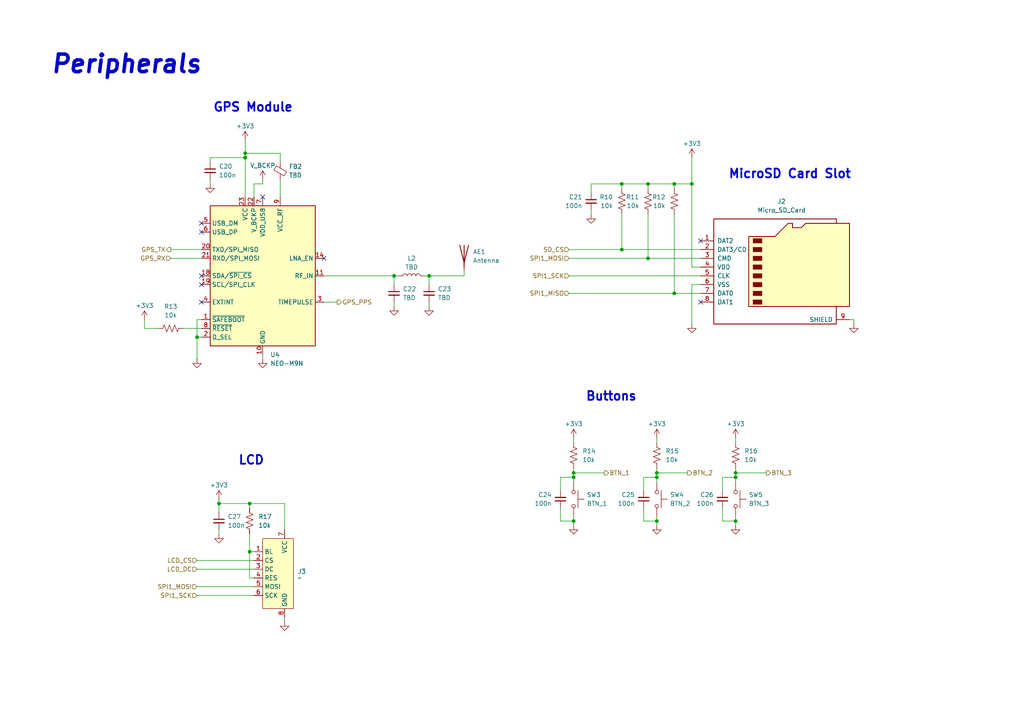
<source format=kicad_sch>
(kicad_sch (version 20231120) (generator "eeschema") (generator_version "8.0")
  (paper "A4")
  (title_block (title "Golf GPS") (date "2025-06-26") (rev "0") (company "B. Kuhn"))
  (lib_symbols
    (symbol "Connector:Micro_SD_Card" (pin_names (offset 1.016))
      (property "Reference" "J" (at -16.51 15.24 0))
      (property "Value" "Micro_SD_Card" (at 16.51 15.24 0))
      (symbol "Micro_SD_Card_0_1"
        (rectangle (start -7.62 -9.525) (end -5.08 -10.795) (fill (type outline)))
        (rectangle (start -7.62 -6.985) (end -5.08 -8.255) (fill (type outline)))
        (rectangle (start -7.62 -4.445) (end -5.08 -5.715) (fill (type outline)))
        (rectangle (start -7.62 -1.905) (end -5.08 -3.175) (fill (type outline)))
        (rectangle (start -7.62 0.635) (end -5.08 -0.635) (fill (type outline)))
        (rectangle (start -7.62 3.175) (end -5.08 1.905) (fill (type outline)))
        (rectangle (start -7.62 5.715) (end -5.08 4.445) (fill (type outline)))
        (rectangle (start -7.62 8.255) (end -5.08 6.985) (fill (type outline)))
        (polyline (pts (xy 16.51 12.7) (xy 16.51 13.97) (xy -19.05 13.97) (xy -19.05 -16.51) (xy 16.51 -16.51) (xy 16.51 -11.43)) (stroke (width 0.254)))
        (polyline (pts (xy -8.89 -11.43) (xy -8.89 8.89) (xy -1.27 8.89) (xy 2.54 12.7) (xy 3.81 12.7) (xy 3.81 11.43) (xy 6.35 11.43) (xy 7.62 12.7) (xy 20.32 12.7) (xy 20.32 -11.43) (xy -8.89 -11.43)) (stroke (width 0.254)) (fill (type background)))
      )
      (symbol "Micro_SD_Card_1_1"
        (pin bidirectional line (at -22.86 7.62 0) (length 3.81) (name "DAT2") (number "1"))
        (pin bidirectional line (at -22.86 5.08 0) (length 3.81) (name "DAT3/CD") (number "2"))
        (pin input line (at -22.86 2.54 0) (length 3.81) (name "CMD") (number "3"))
        (pin power_in line (at -22.86 0 0) (length 3.81) (name "VDD") (number "4"))
        (pin input line (at -22.86 -2.54 0) (length 3.81) (name "CLK") (number "5"))
        (pin power_in line (at -22.86 -5.08 0) (length 3.81) (name "VSS") (number "6"))
        (pin bidirectional line (at -22.86 -7.62 0) (length 3.81) (name "DAT0") (number "7"))
        (pin bidirectional line (at -22.86 -10.16 0) (length 3.81) (name "DAT1") (number "8"))
        (pin passive line (at 20.32 -15.24 180) (length 3.81) (name "SHIELD") (number "9"))
      )
    )
    (symbol "Device:Antenna" (pin_numbers hide) (pin_names (offset 1.016) hide)
      (property "Reference" "AE" (at -1.905 1.905 0))
      (property "Value" "Antenna" (at -1.905 0 0))
      (symbol "Antenna_0_1"
        (polyline (pts (xy 0 2.54) (xy 0 -3.81)) (stroke (width 0.254)))
        (polyline (pts (xy 1.27 2.54) (xy 0 -2.54) (xy -1.27 2.54)) (stroke (width 0.254)))
      )
      (symbol "Antenna_1_1"
        (pin input line (at 0 -5.08 90) (length 2.54) (name "A") (number "1"))
      )
    )
    (symbol "Device:C_Small" (pin_numbers hide) (pin_names (offset 0.254) hide)
      (property "Reference" "C" (at 0.254 1.778 0))
      (property "Value" "C_Small" (at 0.254 -2.032 0))
      (symbol "C_Small_0_1"
        (polyline (pts (xy -1.524 -0.508) (xy 1.524 -0.508)) (stroke (width 0.3302)))
        (polyline (pts (xy -1.524 0.508) (xy 1.524 0.508)) (stroke (width 0.3048)))
      )
      (symbol "C_Small_1_1"
        (pin passive line (at 0 2.54 270) (length 2.032) (name "~") (number "1"))
        (pin passive line (at 0 -2.54 90) (length 2.032) (name "~") (number "2"))
      )
    )
    (symbol "Device:FerriteBead_Small" (pin_numbers hide) (pin_names (offset 0))
      (property "Reference" "FB" (at 1.905 1.27 0))
      (property "Value" "FerriteBead_Small" (at 1.905 -1.27 0))
      (symbol "FerriteBead_Small_0_1"
        (polyline (pts (xy 0 -1.27) (xy 0 -0.7874)))
        (polyline (pts (xy 0 0.889) (xy 0 1.2954)))
        (polyline (pts (xy -1.8288 0.2794) (xy -1.1176 1.4986) (xy 1.8288 -0.2032) (xy 1.1176 -1.4224) (xy -1.8288 0.2794)))
      )
      (symbol "FerriteBead_Small_1_1"
        (pin passive line (at 0 2.54 270) (length 1.27) (name "~") (number "1"))
        (pin passive line (at 0 -2.54 90) (length 1.27) (name "~") (number "2"))
      )
    )
    (symbol "Device:L" (pin_numbers hide) (pin_names (offset 1.016) hide)
      (property "Reference" "L" (at -1.27 0 90))
      (property "Value" "L" (at 1.905 0 90))
      (symbol "L_0_1"
        (arc (start 0 -2.54) (mid 0.6323 -1.905) (end 0 -1.27))
        (arc (start 0 -1.27) (mid 0.6323 -0.635) (end 0 0))
        (arc (start 0 0) (mid 0.6323 0.635) (end 0 1.27))
        (arc (start 0 1.27) (mid 0.6323 1.905) (end 0 2.54))
      )
      (symbol "L_1_1"
        (pin passive line (at 0 3.81 270) (length 1.27) (name "1") (number "1"))
        (pin passive line (at 0 -3.81 90) (length 1.27) (name "2") (number "2"))
      )
    )
    (symbol "Device:R_US" (pin_numbers hide) (pin_names (offset 0))
      (property "Reference" "R" (at 2.54 0 90))
      (property "Value" "R_US" (at -2.54 0 90))
      (symbol "R_US_0_1"
        (polyline (pts (xy 0 -2.286) (xy 0 -2.54)))
        (polyline (pts (xy 0 2.286) (xy 0 2.54)))
        (polyline (pts (xy 0 -0.762) (xy 1.016 -1.143) (xy 0 -1.524) (xy -1.016 -1.905) (xy 0 -2.286)))
        (polyline (pts (xy 0 0.762) (xy 1.016 0.381) (xy 0 0) (xy -1.016 -0.381) (xy 0 -0.762)))
        (polyline (pts (xy 0 2.286) (xy 1.016 1.905) (xy 0 1.524) (xy -1.016 1.143) (xy 0 0.762)))
      )
      (symbol "R_US_1_1"
        (pin passive line (at 0 3.81 270) (length 1.27) (name "~") (number "1"))
        (pin passive line (at 0 -3.81 90) (length 1.27) (name "~") (number "2"))
      )
    )
    (symbol "Headers:9-pin_LCD_header"
      (property "Reference" "J" (at 10.16 1.27 0))
      (symbol "9-pin_LCD_header_1_1"
        (rectangle (start 0 0) (end 20.32 -8.89) (fill (type background)))
        (pin input line (at 3.81 -11.43 90) (length 2.54) (name "BL") (number "1"))
        (pin input line (at 6.35 -11.43 90) (length 2.54) (name "CS") (number "2"))
        (pin input line (at 8.89 -11.43 90) (length 2.54) (name "DC") (number "3"))
        (pin input line (at 11.43 -11.43 90) (length 2.54) (name "RES") (number "4"))
        (pin input line (at 13.97 -11.43 90) (length 2.54) (name "MOSI") (number "5"))
        (pin input line (at 16.51 -11.43 90) (length 2.54) (name "SCK") (number "6"))
        (pin power_in line (at -2.54 -2.54 0) (length 2.54) (name "VCC") (number "7"))
        (pin power_in line (at 22.86 -2.54 180) (length 2.54) (name "GND") (number "8"))
      )
    )
    (symbol "RF_GPS:NEO-M9N"
      (property "Reference" "U" (at -13.97 21.59 0))
      (property "Value" "NEO-M9N" (at 11.43 21.59 0))
      (symbol "NEO-M9N_0_1"
        (rectangle (start -15.24 20.32) (end 15.24 -20.32) (stroke (width 0.254)) (fill (type background)))
      )
      (symbol "NEO-M9N_1_1"
        (pin input line (at -17.78 -12.7 0) (length 2.54) (name "~{SAFEBOOT}") (number "1"))
        (pin power_in line (at 0 -22.86 90) (length 2.54) (name "GND") (number "10"))
        (pin input line (at 17.78 0 180) (length 2.54) (name "RF_IN") (number "11"))
        (pin passive line (at 0 -22.86 90) (length 2.54) hide (name "GND") (number "12"))
        (pin passive line (at 0 -22.86 90) (length 2.54) hide (name "GND") (number "13"))
        (pin output line (at 17.78 5.08 180) (length 2.54) (name "LNA_EN") (number "14"))
        (pin no_connect line (at 15.24 -10.16 180) (length 2.54) hide (name "RESERVED") (number "15"))
        (pin no_connect line (at 15.24 -12.7 180) (length 2.54) hide (name "RESERVED") (number "16"))
        (pin no_connect line (at 15.24 -15.24 180) (length 2.54) hide (name "RESERVED") (number "17"))
        (pin bidirectional line (at -17.78 0 0) (length 2.54) (name "SDA/~{SPI_CS}") (number "18"))
        (pin input line (at -17.78 -2.54 0) (length 2.54) (name "SCL/SPI_CLK") (number "19"))
        (pin input line (at -17.78 -17.78 0) (length 2.54) (name "D_SEL") (number "2"))
        (pin output line (at -17.78 7.62 0) (length 2.54) (name "TXD/SPI_MISO") (number "20"))
        (pin input line (at -17.78 5.08 0) (length 2.54) (name "RXD/SPI_MOSI") (number "21"))
        (pin power_in line (at -2.54 22.86 270) (length 2.54) (name "V_BCKP") (number "22"))
        (pin power_in line (at -5.08 22.86 270) (length 2.54) (name "VCC") (number "23"))
        (pin passive line (at 0 -22.86 90) (length 2.54) hide (name "GND") (number "24"))
        (pin output line (at 17.78 -7.62 180) (length 2.54) (name "TIMEPULSE") (number "3"))
        (pin input line (at -17.78 -7.62 0) (length 2.54) (name "EXTINT") (number "4"))
        (pin bidirectional line (at -17.78 15.24 0) (length 2.54) (name "USB_DM") (number "5"))
        (pin bidirectional line (at -17.78 12.7 0) (length 2.54) (name "USB_DP") (number "6"))
        (pin power_in line (at 0 22.86 270) (length 2.54) (name "VDD_USB") (number "7"))
        (pin input line (at -17.78 -15.24 0) (length 2.54) (name "~{RESET}") (number "8"))
        (pin power_out line (at 5.08 22.86 270) (length 2.54) (name "VCC_RF") (number "9"))
      )
    )
    (symbol "Switch:SW_Push" (pin_numbers hide) (pin_names (offset 1.016) hide)
      (property "Reference" "SW" (at 1.27 2.54 0))
      (property "Value" "SW_Push" (at 0 -1.524 0))
      (symbol "SW_Push_0_1"
        (circle (center -2.032 0) (radius 0.508))
        (polyline (pts (xy 0 1.27) (xy 0 3.048)))
        (polyline (pts (xy 2.54 1.27) (xy -2.54 1.27)))
        (circle (center 2.032 0) (radius 0.508))
        (pin passive line (at -5.08 0 0) (length 2.54) (name "1") (number "1"))
        (pin passive line (at 5.08 0 180) (length 2.54) (name "2") (number "2"))
      )
    )
    (symbol "power:+3V3" (power) (pin_numbers hide) (pin_names (offset 0) hide)
      (property "Value" "+3V3" (at 0 3.556 0))
      (symbol "+3V3_0_1"
        (polyline (pts (xy -0.762 1.27) (xy 0 2.54)))
        (polyline (pts (xy 0 0) (xy 0 2.54)))
        (polyline (pts (xy 0 2.54) (xy 0.762 1.27)))
      )
      (symbol "+3V3_1_1"
        (pin power_in line (at 0 0 90) (length 0) (name "~") (number "1"))
      )
    )
    (symbol "power:GND" (power) (pin_numbers hide) (pin_names (offset 0) hide)
      (property "Value" "GND" (at 0 -3.81 0))
      (symbol "GND_0_1"
        (polyline (pts (xy 0 0) (xy 0 -1.27) (xy 1.27 -1.27) (xy 0 -2.54) (xy -1.27 -1.27) (xy 0 -1.27)))
      )
      (symbol "GND_1_1"
        (pin power_in line (at 0 0 270) (length 0) (name "~") (number "1"))
      )
    )
  )
  (junction (at 57.15 97.79))
  (junction (at 72.39 146.05))
  (junction (at 180.34 72.39))
  (junction (at 213.36 151.13))
  (junction (at 187.96 74.93))
  (junction (at 190.5 137.16))
  (junction (at 114.3 80.01))
  (junction (at 166.37 151.13))
  (junction (at 71.12 45.72))
  (junction (at 187.96 53.34))
  (junction (at 190.5 138.43))
  (junction (at 166.37 138.43))
  (junction (at 190.5 151.13))
  (junction (at 180.34 53.34))
  (junction (at 200.66 53.34))
  (junction (at 195.58 53.34))
  (junction (at 195.58 85.09))
  (junction (at 124.46 80.01))
  (junction (at 71.12 44.45))
  (junction (at 213.36 138.43))
  (junction (at 166.37 137.16))
  (junction (at 213.36 137.16))
  (junction (at 72.39 160.02))
  (junction (at 63.5 146.05))
  (no_connect (at 93.98 74.93))
  (no_connect (at 58.42 67.31))
  (no_connect (at 203.2 87.63))
  (no_connect (at 203.2 69.85))
  (no_connect (at 58.42 82.55))
  (no_connect (at 58.42 64.77))
  (no_connect (at 58.42 80.01))
  (no_connect (at 58.42 87.63))
  (no_connect (at 76.2 57.15))
  (wire (pts (xy 171.45 53.34) (xy 171.45 55.88)))
  (wire (pts (xy 190.5 151.13) (xy 190.5 152.4)))
  (wire (pts (xy 190.5 138.43) (xy 190.5 139.7)))
  (wire (pts (xy 180.34 53.34) (xy 180.34 54.61)))
  (wire (pts (xy 171.45 53.34) (xy 180.34 53.34)))
  (wire (pts (xy 76.2 102.87) (xy 76.2 104.14)))
  (wire (pts (xy 73.66 167.64) (xy 72.39 167.64)))
  (wire (pts (xy 180.34 62.23) (xy 180.34 72.39)))
  (wire (pts (xy 73.66 170.18) (xy 57.15 170.18)))
  (wire (pts (xy 195.58 53.34) (xy 200.66 53.34)))
  (wire (pts (xy 41.91 95.25) (xy 41.91 92.71)))
  (wire (pts (xy 60.96 46.99) (xy 60.96 45.72)))
  (wire (pts (xy 73.66 165.1) (xy 57.15 165.1)))
  (wire (pts (xy 165.1 85.09) (xy 195.58 85.09)))
  (wire (pts (xy 209.55 138.43) (xy 209.55 142.24)))
  (wire (pts (xy 57.15 92.71) (xy 57.15 97.79)))
  (wire (pts (xy 124.46 80.01) (xy 134.62 80.01)))
  (wire (pts (xy 166.37 151.13) (xy 162.56 151.13)))
  (wire (pts (xy 166.37 149.86) (xy 166.37 151.13)))
  (wire (pts (xy 93.98 87.63) (xy 97.79 87.63)))
  (wire (pts (xy 247.65 92.71) (xy 247.65 93.98)))
  (wire (pts (xy 71.12 44.45) (xy 71.12 45.72)))
  (wire (pts (xy 73.66 53.34) (xy 73.66 57.15)))
  (wire (pts (xy 82.55 146.05) (xy 82.55 153.67)))
  (wire (pts (xy 213.36 137.16) (xy 222.25 137.16)))
  (wire (pts (xy 124.46 80.01) (xy 124.46 82.55)))
  (wire (pts (xy 200.66 53.34) (xy 200.66 77.47)))
  (wire (pts (xy 114.3 87.63) (xy 114.3 88.9)))
  (wire (pts (xy 190.5 135.89) (xy 190.5 137.16)))
  (wire (pts (xy 190.5 127) (xy 190.5 128.27)))
  (wire (pts (xy 58.42 97.79) (xy 57.15 97.79)))
  (wire (pts (xy 60.96 52.07) (xy 60.96 53.34)))
  (wire (pts (xy 71.12 45.72) (xy 71.12 57.15)))
  (wire (pts (xy 76.2 52.07) (xy 76.2 53.34)))
  (wire (pts (xy 72.39 146.05) (xy 82.55 146.05)))
  (wire (pts (xy 171.45 60.96) (xy 171.45 62.23)))
  (wire (pts (xy 213.36 127) (xy 213.36 128.27)))
  (wire (pts (xy 190.5 149.86) (xy 190.5 151.13)))
  (wire (pts (xy 195.58 85.09) (xy 203.2 85.09)))
  (wire (pts (xy 166.37 127) (xy 166.37 128.27)))
  (wire (pts (xy 134.62 78.74) (xy 134.62 80.01)))
  (wire (pts (xy 213.36 138.43) (xy 213.36 139.7)))
  (wire (pts (xy 73.66 172.72) (xy 57.15 172.72)))
  (wire (pts (xy 73.66 162.56) (xy 57.15 162.56)))
  (wire (pts (xy 187.96 53.34) (xy 187.96 54.61)))
  (wire (pts (xy 71.12 44.45) (xy 81.28 44.45)))
  (wire (pts (xy 166.37 135.89) (xy 166.37 137.16)))
  (wire (pts (xy 166.37 138.43) (xy 162.56 138.43)))
  (wire (pts (xy 166.37 138.43) (xy 166.37 139.7)))
  (wire (pts (xy 180.34 72.39) (xy 203.2 72.39)))
  (wire (pts (xy 63.5 154.94) (xy 63.5 153.67)))
  (wire (pts (xy 58.42 74.93) (xy 49.53 74.93)))
  (wire (pts (xy 187.96 53.34) (xy 180.34 53.34)))
  (wire (pts (xy 246.38 92.71) (xy 247.65 92.71)))
  (wire (pts (xy 60.96 45.72) (xy 71.12 45.72)))
  (wire (pts (xy 58.42 95.25) (xy 53.34 95.25)))
  (wire (pts (xy 72.39 146.05) (xy 72.39 147.32)))
  (wire (pts (xy 166.37 137.16) (xy 175.26 137.16)))
  (wire (pts (xy 165.1 80.01) (xy 203.2 80.01)))
  (wire (pts (xy 57.15 97.79) (xy 57.15 104.14)))
  (wire (pts (xy 114.3 80.01) (xy 115.57 80.01)))
  (wire (pts (xy 124.46 87.63) (xy 124.46 88.9)))
  (wire (pts (xy 200.66 77.47) (xy 203.2 77.47)))
  (wire (pts (xy 81.28 52.07) (xy 81.28 57.15)))
  (wire (pts (xy 72.39 154.94) (xy 72.39 160.02)))
  (wire (pts (xy 162.56 151.13) (xy 162.56 147.32)))
  (wire (pts (xy 190.5 137.16) (xy 199.39 137.16)))
  (wire (pts (xy 195.58 53.34) (xy 195.58 54.61)))
  (wire (pts (xy 123.19 80.01) (xy 124.46 80.01)))
  (wire (pts (xy 63.5 144.78) (xy 63.5 146.05)))
  (wire (pts (xy 82.55 179.07) (xy 82.55 180.34)))
  (wire (pts (xy 45.72 95.25) (xy 41.91 95.25)))
  (wire (pts (xy 203.2 82.55) (xy 200.66 82.55)))
  (wire (pts (xy 81.28 46.99) (xy 81.28 44.45)))
  (wire (pts (xy 213.36 151.13) (xy 209.55 151.13)))
  (wire (pts (xy 209.55 151.13) (xy 209.55 147.32)))
  (wire (pts (xy 200.66 82.55) (xy 200.66 93.98)))
  (wire (pts (xy 58.42 72.39) (xy 49.53 72.39)))
  (wire (pts (xy 63.5 148.59) (xy 63.5 146.05)))
  (wire (pts (xy 58.42 92.71) (xy 57.15 92.71)))
  (wire (pts (xy 165.1 72.39) (xy 180.34 72.39)))
  (wire (pts (xy 76.2 53.34) (xy 73.66 53.34)))
  (wire (pts (xy 71.12 40.64) (xy 71.12 44.45)))
  (wire (pts (xy 186.69 138.43) (xy 186.69 142.24)))
  (wire (pts (xy 187.96 62.23) (xy 187.96 74.93)))
  (wire (pts (xy 195.58 53.34) (xy 187.96 53.34)))
  (wire (pts (xy 213.36 135.89) (xy 213.36 137.16)))
  (wire (pts (xy 93.98 80.01) (xy 114.3 80.01)))
  (wire (pts (xy 186.69 151.13) (xy 186.69 147.32)))
  (wire (pts (xy 190.5 151.13) (xy 186.69 151.13)))
  (wire (pts (xy 63.5 146.05) (xy 72.39 146.05)))
  (wire (pts (xy 165.1 74.93) (xy 187.96 74.93)))
  (wire (pts (xy 166.37 151.13) (xy 166.37 152.4)))
  (wire (pts (xy 213.36 151.13) (xy 213.36 152.4)))
  (wire (pts (xy 166.37 137.16) (xy 166.37 138.43)))
  (wire (pts (xy 190.5 138.43) (xy 186.69 138.43)))
  (wire (pts (xy 195.58 62.23) (xy 195.58 85.09)))
  (wire (pts (xy 190.5 137.16) (xy 190.5 138.43)))
  (wire (pts (xy 114.3 80.01) (xy 114.3 82.55)))
  (wire (pts (xy 213.36 137.16) (xy 213.36 138.43)))
  (wire (pts (xy 72.39 160.02) (xy 72.39 167.64)))
  (wire (pts (xy 213.36 149.86) (xy 213.36 151.13)))
  (wire (pts (xy 200.66 45.72) (xy 200.66 53.34)))
  (wire (pts (xy 213.36 138.43) (xy 209.55 138.43)))
  (wire (pts (xy 187.96 74.93) (xy 203.2 74.93)))
  (wire (pts (xy 73.66 160.02) (xy 72.39 160.02)))
  (wire (pts (xy 162.56 138.43) (xy 162.56 142.24)))
  (text "LCD" (at 72.898 133.604 0) (effects (font (size 2.54 2.54) (thickness 0.508) (bold yes))))
  (text "Peripherals" (at 14.478 15.748 0) (effects (font (size 5.08 5.08) (thickness 1.016) (bold yes) (italic yes)) (justify left top)))
  (text "MicroSD Card Slot" (at 229.108 50.546 0) (effects (font (size 2.54 2.54) (thickness 0.508) (bold yes))))
  (text "Buttons" (at 177.292 115.062 0) (effects (font (size 2.54 2.54) (thickness 0.508) (bold yes))))
  (text "GPS Module" (at 73.406 31.242 0) (effects (font (size 2.54 2.54) (thickness 0.508) (bold yes))))
  (hierarchical_label "SPI1_MISO" (shape input) (at 165.1 85.09 180))
  (hierarchical_label "GPS_PPS" (shape output) (at 97.79 87.63 0))
  (hierarchical_label "SPI1_SCK" (shape input) (at 57.15 172.72 180))
  (hierarchical_label "BTN_1" (shape output) (at 175.26 137.16 0))
  (hierarchical_label "SD_CS" (shape input) (at 165.1 72.39 180))
  (hierarchical_label "GPS_RX" (shape input) (at 49.53 74.93 180))
  (hierarchical_label "LCD_CS" (shape input) (at 57.15 162.56 180))
  (hierarchical_label "SPI1_MOSI" (shape input) (at 57.15 170.18 180))
  (hierarchical_label "BTN_2" (shape output) (at 199.39 137.16 0))
  (hierarchical_label "SPI1_MOSI" (shape input) (at 165.1 74.93 180))
  (hierarchical_label "BTN_3" (shape output) (at 222.25 137.16 0))
  (hierarchical_label "GPS_TX" (shape output) (at 49.53 72.39 180))
  (hierarchical_label "SPI1_SCK" (shape input) (at 165.1 80.01 180))
  (hierarchical_label "LCD_DC" (shape input) (at 57.15 165.1 180))
  (symbol (lib_id "Device:C_Small") (at 171.45 58.42 0) (unit 1)
    (property "Reference" "C21" (at 168.91 57.1562 0) (effects (justify right)))
    (property "Value" "100n" (at 168.91 59.6962 0) (effects (justify right)))
    (property "Footprint" "Capacitor_SMD:C_0603_1608Metric" (effects (hide yes)))
    (property "Description" "Unpolarized capacitor, small symbol" (effects (hide yes)))
  )
  (symbol (lib_id "Device:R_US") (at 72.39 151.13 0) (unit 1)
    (property "Reference" "R17" (at 74.93 149.8599 0) (effects (justify left)))
    (property "Value" "10k" (at 74.93 152.3999 0) (effects (justify left)))
    (property "Footprint" "Resistor_SMD:R_0603_1608Metric" (effects (hide yes)))
    (property "Description" "Resistor, US symbol" (effects (hide yes)))
  )
  (symbol (lib_id "Switch:SW_Push") (at 190.5 144.78 270) (unit 1)
    (property "Reference" "SW4" (at 194.31 143.5099 90) (effects (justify left)))
    (property "Value" "BTN_2" (at 194.31 146.0499 90) (effects (justify left)))
    (property "Footprint" "Button_Switch_THT:SW_PUSH_6mm_H4.3mm" (effects (hide yes)))
    (property "Description" "Push button switch, generic, two pins" (effects (hide yes)))
  )
  (symbol (lib_id "Device:R_US") (at 187.96 58.42 0) (unit 1)
    (property "Reference" "R11" (at 185.42 57.1499 0) (effects (justify right)))
    (property "Value" "10k" (at 185.42 59.6899 0) (effects (justify right)))
    (property "Footprint" "Resistor_SMD:R_0603_1608Metric" (effects (hide yes)))
    (property "Description" "Resistor, US symbol" (effects (hide yes)))
  )
  (symbol (lib_id "power:+3V3") (at 190.5 127 0) (unit 1)
    (property "Reference" "#PWR056" (effects (hide yes)))
    (property "Value" "+3V3" (at 190.5 122.936 0))
    (property "Description" "Power symbol creates a global label with name \"+3V3\"" (effects (hide yes)))
  )
  (symbol (lib_id "Device:L") (at 119.38 80.01 90) (unit 1)
    (property "Reference" "L2" (at 119.38 74.93 90))
    (property "Value" "TBD" (at 119.38 77.47 90))
    (property "Footprint" "Inductor_SMD:L_0603_1608Metric" (effects (hide yes)))
    (property "Description" "Inductor" (effects (hide yes)))
  )
  (symbol (lib_id "power:GND") (at 63.5 154.94 0) (unit 1)
    (property "Reference" "#PWR062" (effects (hide yes)))
    (property "Value" "GND" (effects (hide yes)))
    (property "Description" "Power symbol creates a global label with name \"GND\" , ground" (effects (hide yes)))
  )
  (symbol (lib_id "Device:R_US") (at 213.36 132.08 180) (unit 1)
    (property "Reference" "R16" (at 215.9 130.8099 0) (effects (justify right)))
    (property "Value" "10k" (at 215.9 133.3499 0) (effects (justify right)))
    (property "Footprint" "Resistor_SMD:R_0603_1608Metric" (effects (hide yes)))
    (property "Description" "Resistor, US symbol" (effects (hide yes)))
  )
  (symbol (lib_id "power:+3V3") (at 76.2 52.07 0) (unit 1)
    (property "Reference" "#PWR045" (effects (hide yes)))
    (property "Value" "V_BCKP" (at 76.2 48.006 0))
    (property "Description" "Power symbol creates a global label with name \"+3V3\"" (effects (hide yes)))
  )
  (symbol (lib_id "power:+3V3") (at 41.91 92.71 0) (unit 1)
    (property "Reference" "#PWR050" (effects (hide yes)))
    (property "Value" "+3V3" (at 41.91 88.646 0))
    (property "Description" "Power symbol creates a global label with name \"+3V3\"" (effects (hide yes)))
  )
  (symbol (lib_id "Device:R_US") (at 190.5 132.08 180) (unit 1)
    (property "Reference" "R15" (at 193.04 130.8099 0) (effects (justify right)))
    (property "Value" "10k" (at 193.04 133.3499 0) (effects (justify right)))
    (property "Footprint" "Resistor_SMD:R_0603_1608Metric" (effects (hide yes)))
    (property "Description" "Resistor, US symbol" (effects (hide yes)))
  )
  (symbol (lib_id "Device:Antenna") (at 134.62 73.66 0) (unit 1)
    (property "Reference" "AE1" (at 137.16 73.0249 0) (effects (justify left)))
    (property "Value" "Antenna" (at 137.16 75.5649 0) (effects (justify left)))
    (property "Footprint" "Library:ANT_GNSSCP-SM12L1_SMD" (effects (hide yes)))
    (property "Datasheet" "https://www.te.com/commerce/DocumentDelivery/DDEController?Action=srchrtrv&DocNm=ANT-GNSSCP-SM12L1&DocType=Data+Sheet&DocLang=English&DocFormat=pdf&PartCntxt=ANT-GNSSCP-SM12L1" (effects (hide yes)))
    (property "Description" "Antenna" (effects (hide yes)))
  )
  (symbol (lib_id "Device:R_US") (at 195.58 58.42 0) (unit 1)
    (property "Reference" "R12" (at 193.04 57.1499 0) (effects (justify right)))
    (property "Value" "10k" (at 193.04 59.6899 0) (effects (justify right)))
    (property "Footprint" "Resistor_SMD:R_0603_1608Metric" (effects (hide yes)))
    (property "Description" "Resistor, US symbol" (effects (hide yes)))
  )
  (symbol (lib_id "power:GND") (at 57.15 104.14 0) (unit 1)
    (property "Reference" "#PWR053" (effects (hide yes)))
    (property "Value" "GND" (effects (hide yes)))
    (property "Description" "Power symbol creates a global label with name \"GND\" , ground" (effects (hide yes)))
  )
  (symbol (lib_id "power:GND") (at 76.2 104.14 0) (unit 1)
    (property "Reference" "#PWR054" (effects (hide yes)))
    (property "Value" "GND" (effects (hide yes)))
    (property "Description" "Power symbol creates a global label with name \"GND\" , ground" (effects (hide yes)))
  )
  (symbol (lib_id "Headers:9-pin_LCD_header") (at 85.09 156.21 270) (unit 1)
    (property "Reference" "J3" (at 86.36 165.7349 90) (effects (justify left)))
    (property "Value" "~" (at 86.36 167.64 90) (effects (justify left)))
    (property "Footprint" "Connector_PinSocket_2.54mm:PinSocket_1x08_P2.54mm_Vertical" (effects (hide yes)))
  )
  (symbol (lib_id "Device:R_US") (at 180.34 58.42 0) (unit 1)
    (property "Reference" "R10" (at 177.8 57.1499 0) (effects (justify right)))
    (property "Value" "10k" (at 177.8 59.6899 0) (effects (justify right)))
    (property "Footprint" "Resistor_SMD:R_0603_1608Metric" (effects (hide yes)))
    (property "Description" "Resistor, US symbol" (effects (hide yes)))
  )
  (symbol (lib_id "power:GND") (at 213.36 152.4 0) (unit 1)
    (property "Reference" "#PWR061" (effects (hide yes)))
    (property "Value" "GND" (effects (hide yes)))
    (property "Description" "Power symbol creates a global label with name \"GND\" , ground" (effects (hide yes)))
  )
  (symbol (lib_id "power:GND") (at 114.3 88.9 0) (unit 1)
    (property "Reference" "#PWR048" (effects (hide yes)))
    (property "Value" "GND" (effects (hide yes)))
    (property "Description" "Power symbol creates a global label with name \"GND\" , ground" (effects (hide yes)))
  )
  (symbol (lib_id "Device:R_US") (at 49.53 95.25 270) (unit 1)
    (property "Reference" "R13" (at 49.53 88.9 90))
    (property "Value" "10k" (at 49.53 91.44 90))
    (property "Footprint" "Resistor_SMD:R_0603_1608Metric" (effects (hide yes)))
    (property "Description" "Resistor, US symbol" (effects (hide yes)))
  )
  (symbol (lib_id "Device:C_Small") (at 114.3 85.09 0) (unit 1)
    (property "Reference" "C22" (at 116.84 83.8262 0) (effects (justify left)))
    (property "Value" "TBD" (at 116.84 86.3662 0) (effects (justify left)))
    (property "Footprint" "Capacitor_SMD:C_0603_1608Metric" (effects (hide yes)))
    (property "Description" "Unpolarized capacitor, small symbol" (effects (hide yes)))
  )
  (symbol (lib_id "power:+3V3") (at 213.36 127 0) (unit 1)
    (property "Reference" "#PWR057" (effects (hide yes)))
    (property "Value" "+3V3" (at 213.36 122.936 0))
    (property "Description" "Power symbol creates a global label with name \"+3V3\"" (effects (hide yes)))
  )
  (symbol (lib_id "Device:C_Small") (at 162.56 144.78 0) (mirror x) (unit 1)
    (property "Reference" "C24" (at 160.02 143.5035 0) (effects (justify right)))
    (property "Value" "100n" (at 160.02 146.0435 0) (effects (justify right)))
    (property "Footprint" "Capacitor_SMD:C_0603_1608Metric" (effects (hide yes)))
    (property "Description" "Unpolarized capacitor, small symbol" (effects (hide yes)))
  )
  (symbol (lib_id "Device:FerriteBead_Small") (at 81.28 49.53 180) (unit 1)
    (property "Reference" "FB2" (at 83.82 48.298 0) (effects (justify right)))
    (property "Value" "TBD" (at 83.82 50.838 0) (effects (justify right)))
    (property "Footprint" "Inductor_SMD:L_0603_1608Metric" (effects (hide yes)))
    (property "Datasheet" "https://www.murata.com/en-us/products/productdata/8796738650142/ENFA0003.pdf" (effects (hide yes)))
    (property "Description" "Ferrite bead, small symbol" (effects (hide yes)))
  )
  (symbol (lib_id "power:GND") (at 166.37 152.4 0) (unit 1)
    (property "Reference" "#PWR059" (effects (hide yes)))
    (property "Value" "GND" (effects (hide yes)))
    (property "Description" "Power symbol creates a global label with name \"GND\" , ground" (effects (hide yes)))
  )
  (symbol (lib_id "RF_GPS:NEO-M9N") (at 76.2 80.01 0) (unit 1)
    (property "Reference" "U4" (at 78.3941 102.87 0) (effects (justify left)))
    (property "Value" "NEO-M9N" (at 78.3941 105.41 0) (effects (justify left)))
    (property "Footprint" "RF_GPS:ublox_NEO" (effects (hide yes)))
    (property "Datasheet" "https://www.u-blox.com/sites/default/files/NEO-M9N-00B_DataSheet_UBX-19014285.pdf" (effects (hide yes)))
    (property "Description" "GNSS Module NEO M8, VCC 2.7V to 3.6V" (effects (hide yes)))
  )
  (symbol (lib_id "power:+3V3") (at 166.37 127 0) (unit 1)
    (property "Reference" "#PWR055" (effects (hide yes)))
    (property "Value" "+3V3" (at 166.37 122.936 0))
    (property "Description" "Power symbol creates a global label with name \"+3V3\"" (effects (hide yes)))
  )
  (symbol (lib_id "power:GND") (at 190.5 152.4 0) (unit 1)
    (property "Reference" "#PWR060" (effects (hide yes)))
    (property "Value" "GND" (effects (hide yes)))
    (property "Description" "Power symbol creates a global label with name \"GND\" , ground" (effects (hide yes)))
  )
  (symbol (lib_id "Switch:SW_Push") (at 166.37 144.78 270) (unit 1)
    (property "Reference" "SW3" (at 170.18 143.5099 90) (effects (justify left)))
    (property "Value" "BTN_1" (at 170.18 146.0499 90) (effects (justify left)))
    (property "Footprint" "Button_Switch_THT:SW_PUSH_6mm_H4.3mm" (effects (hide yes)))
    (property "Description" "Push button switch, generic, two pins" (effects (hide yes)))
  )
  (symbol (lib_id "Device:C_Small") (at 209.55 144.78 0) (mirror x) (unit 1)
    (property "Reference" "C26" (at 207.01 143.5035 0) (effects (justify right)))
    (property "Value" "100n" (at 207.01 146.0435 0) (effects (justify right)))
    (property "Footprint" "Capacitor_SMD:C_0603_1608Metric" (effects (hide yes)))
    (property "Description" "Unpolarized capacitor, small symbol" (effects (hide yes)))
  )
  (symbol (lib_id "Device:C_Small") (at 63.5 151.13 0) (unit 1)
    (property "Reference" "C27" (at 66.04 149.8662 0) (effects (justify left)))
    (property "Value" "100n" (at 66.04 152.4062 0) (effects (justify left)))
    (property "Footprint" "Capacitor_SMD:C_0603_1608Metric" (effects (hide yes)))
    (property "Description" "Unpolarized capacitor, small symbol" (effects (hide yes)))
  )
  (symbol (lib_id "power:GND") (at 200.66 93.98 0) (unit 1)
    (property "Reference" "#PWR051" (effects (hide yes)))
    (property "Value" "GND" (effects (hide yes)))
    (property "Description" "Power symbol creates a global label with name \"GND\" , ground" (effects (hide yes)))
  )
  (symbol (lib_id "power:GND") (at 124.46 88.9 0) (unit 1)
    (property "Reference" "#PWR049" (effects (hide yes)))
    (property "Value" "GND" (effects (hide yes)))
    (property "Description" "Power symbol creates a global label with name \"GND\" , ground" (effects (hide yes)))
  )
  (symbol (lib_id "Device:R_US") (at 166.37 132.08 180) (unit 1)
    (property "Reference" "R14" (at 168.91 130.8099 0) (effects (justify right)))
    (property "Value" "10k" (at 168.91 133.3499 0) (effects (justify right)))
    (property "Footprint" "Resistor_SMD:R_0603_1608Metric" (effects (hide yes)))
    (property "Description" "Resistor, US symbol" (effects (hide yes)))
  )
  (symbol (lib_id "Connector:Micro_SD_Card") (at 226.06 77.47 0) (unit 1)
    (property "Reference" "J2" (at 226.695 58.42 0))
    (property "Value" "Micro_SD_Card" (at 226.695 60.96 0))
    (property "Footprint" "Connector_Card:microSD_HC_Wuerth_693072010801" (effects (hide yes)))
    (property "Datasheet" "http://katalog.we-online.de/em/datasheet/693072010801.pdf" (effects (hide yes)))
    (property "Description" "Micro SD Card Socket" (effects (hide yes)))
  )
  (symbol (lib_id "Device:C_Small") (at 186.69 144.78 0) (mirror x) (unit 1)
    (property "Reference" "C25" (at 184.15 143.5035 0) (effects (justify right)))
    (property "Value" "100n" (at 184.15 146.0435 0) (effects (justify right)))
    (property "Footprint" "Capacitor_SMD:C_0603_1608Metric" (effects (hide yes)))
    (property "Description" "Unpolarized capacitor, small symbol" (effects (hide yes)))
  )
  (symbol (lib_id "Device:C_Small") (at 60.96 49.53 0) (unit 1)
    (property "Reference" "C20" (at 63.5 48.2662 0) (effects (justify left)))
    (property "Value" "100n" (at 63.5 50.8062 0) (effects (justify left)))
    (property "Footprint" "Capacitor_SMD:C_0603_1608Metric" (effects (hide yes)))
    (property "Description" "Unpolarized capacitor, small symbol" (effects (hide yes)))
  )
  (symbol (lib_id "power:GND") (at 171.45 62.23 0) (unit 1)
    (property "Reference" "#PWR047" (effects (hide yes)))
    (property "Value" "GND" (effects (hide yes)))
    (property "Description" "Power symbol creates a global label with name \"GND\" , ground" (effects (hide yes)))
  )
  (symbol (lib_id "power:+3V3") (at 71.12 40.64 0) (unit 1)
    (property "Reference" "#PWR043" (effects (hide yes)))
    (property "Value" "+3V3" (at 71.12 36.576 0))
    (property "Description" "Power symbol creates a global label with name \"+3V3\"" (effects (hide yes)))
  )
  (symbol (lib_id "power:GND") (at 82.55 180.34 0) (unit 1)
    (property "Reference" "#PWR063" (effects (hide yes)))
    (property "Value" "GND" (effects (hide yes)))
    (property "Description" "Power symbol creates a global label with name \"GND\" , ground" (effects (hide yes)))
  )
  (symbol (lib_id "power:+3V3") (at 200.66 45.72 0) (unit 1)
    (property "Reference" "#PWR044" (effects (hide yes)))
    (property "Value" "+3V3" (at 200.66 41.656 0))
    (property "Description" "Power symbol creates a global label with name \"+3V3\"" (effects (hide yes)))
  )
  (symbol (lib_id "power:GND") (at 247.65 93.98 0) (unit 1)
    (property "Reference" "#PWR052" (effects (hide yes)))
    (property "Value" "GND" (effects (hide yes)))
    (property "Description" "Power symbol creates a global label with name \"GND\" , ground" (effects (hide yes)))
  )
  (symbol (lib_id "Device:C_Small") (at 124.46 85.09 0) (unit 1)
    (property "Reference" "C23" (at 127 83.8262 0) (effects (justify left)))
    (property "Value" "TBD" (at 127 86.3662 0) (effects (justify left)))
    (property "Footprint" "Capacitor_SMD:C_0603_1608Metric" (effects (hide yes)))
    (property "Description" "Unpolarized capacitor, small symbol" (effects (hide yes)))
  )
  (symbol (lib_id "Switch:SW_Push") (at 213.36 144.78 270) (unit 1)
    (property "Reference" "SW5" (at 217.17 143.5099 90) (effects (justify left)))
    (property "Value" "BTN_3" (at 217.17 146.0499 90) (effects (justify left)))
    (property "Footprint" "Button_Switch_THT:SW_PUSH_6mm_H4.3mm" (effects (hide yes)))
    (property "Description" "Push button switch, generic, two pins" (effects (hide yes)))
  )
  (symbol (lib_id "power:+3V3") (at 63.5 144.78 0) (unit 1)
    (property "Reference" "#PWR058" (effects (hide yes)))
    (property "Value" "+3V3" (at 63.5 140.716 0))
    (property "Description" "Power symbol creates a global label with name \"+3V3\"" (effects (hide yes)))
  )
  (symbol (lib_id "power:GND") (at 60.96 53.34 0) (unit 1)
    (property "Reference" "#PWR046" (effects (hide yes)))
    (property "Value" "GND" (effects (hide yes)))
    (property "Description" "Power symbol creates a global label with name \"GND\" , ground" (effects (hide yes)))
  )
)
</source>
